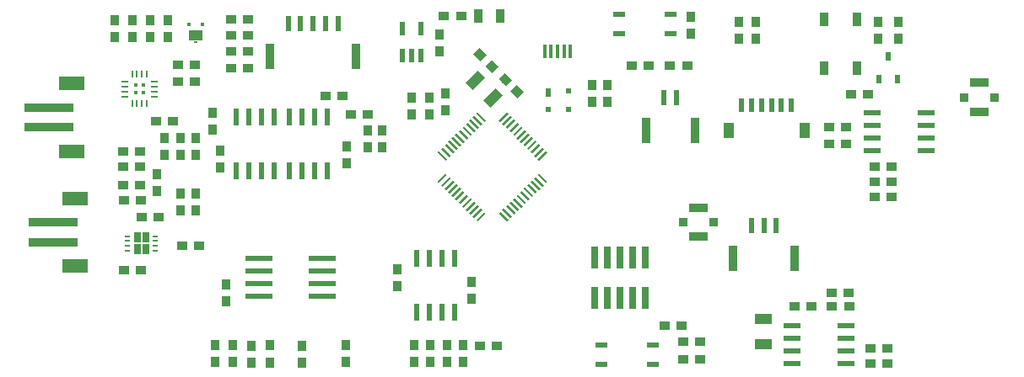
<source format=gbr>
G04 #@! TF.GenerationSoftware,KiCad,Pcbnew,(5.0.0)*
G04 #@! TF.CreationDate,2018-12-11T15:37:44-06:00*
G04 #@! TF.ProjectId,fk-core,666B2D636F72652E6B696361645F7063,0.1*
G04 #@! TF.SameCoordinates,PX791ddc0PY791ddc0*
G04 #@! TF.FileFunction,Paste,Top*
G04 #@! TF.FilePolarity,Positive*
%FSLAX46Y46*%
G04 Gerber Fmt 4.6, Leading zero omitted, Abs format (unit mm)*
G04 Created by KiCad (PCBNEW (5.0.0)) date 12/11/18 15:37:44*
%MOMM*%
%LPD*%
G01*
G04 APERTURE LIST*
%ADD10R,4.950000X0.900000*%
%ADD11R,2.600000X1.340000*%
%ADD12R,0.405000X1.350000*%
%ADD13R,0.630000X0.225000*%
%ADD14R,0.640000X1.000000*%
%ADD15R,0.990000X0.900000*%
%ADD16R,0.900000X0.990000*%
%ADD17R,0.585000X1.404000*%
%ADD18R,0.540000X1.530000*%
%ADD19R,0.900000X2.520000*%
%ADD20R,2.700000X0.540000*%
%ADD21R,0.540000X1.800000*%
%ADD22R,0.900000X1.350000*%
%ADD23R,1.305000X0.630000*%
%ADD24R,0.810000X1.350000*%
%ADD25C,0.900000*%
%ADD26C,0.100000*%
%ADD27R,0.360000X0.450000*%
%ADD28R,1.440000X0.990000*%
%ADD29R,0.360000X0.225000*%
%ADD30R,0.630000X0.900000*%
%ADD31R,0.630000X0.540000*%
%ADD32R,0.585000X0.945000*%
%ADD33C,0.225000*%
%ADD34R,0.435000X0.435000*%
%ADD35R,0.715000X0.202000*%
%ADD36R,0.202000X0.715000*%
%ADD37R,0.220000X0.715000*%
%ADD38R,1.800000X0.540000*%
%ADD39C,0.990000*%
%ADD40R,1.710000X0.990000*%
%ADD41R,0.540000X1.395000*%
%ADD42R,1.080000X1.620000*%
%ADD43R,0.675000X2.250000*%
%ADD44R,1.980000X0.945000*%
%ADD45R,0.945000X0.900000*%
G04 APERTURE END LIST*
D10*
G04 #@! TO.C,J3*
X-46863000Y7477000D03*
X-46863000Y5477000D03*
D11*
X-44613000Y9877000D03*
X-44613000Y3077000D03*
G04 #@! TD*
D10*
G04 #@! TO.C,J10*
X-46482000Y-4096000D03*
X-46482000Y-6096000D03*
D11*
X-44232000Y-1696000D03*
X-44232000Y-8496000D03*
G04 #@! TD*
D12*
G04 #@! TO.C,J16*
X5491000Y13077000D03*
X4191000Y13077000D03*
X4841000Y13077000D03*
X3541000Y13077000D03*
X2891000Y13077000D03*
G04 #@! TD*
D13*
G04 #@! TO.C,U15*
X-36192000Y-6973000D03*
X-36192000Y-6473000D03*
X-36192000Y-5973000D03*
X-36192000Y-5473000D03*
X-38992000Y-5473000D03*
X-38992000Y-5973000D03*
X-38992000Y-6473000D03*
X-38992000Y-6973000D03*
D14*
X-38007000Y-5628000D03*
X-37177000Y-5628000D03*
X-38007000Y-6818000D03*
X-37177000Y-6818000D03*
G04 #@! TD*
D15*
G04 #@! TO.C,C39*
X-39419000Y-381000D03*
X-37719000Y-381000D03*
G04 #@! TD*
G04 #@! TO.C,C40*
X-37553000Y-3556000D03*
X-35853000Y-3556000D03*
G04 #@! TD*
D16*
G04 #@! TO.C,R46*
X-33655000Y-1182000D03*
X-33655000Y-2882000D03*
G04 #@! TD*
G04 #@! TO.C,R45*
X-32131000Y-2882000D03*
X-32131000Y-1182000D03*
G04 #@! TD*
D15*
G04 #@! TO.C,R44*
X-39331000Y-8890000D03*
X-37631000Y-8890000D03*
G04 #@! TD*
G04 #@! TO.C,R43*
X-31789000Y-6477000D03*
X-33489000Y-6477000D03*
G04 #@! TD*
G04 #@! TO.C,R42*
X-39331000Y-1905000D03*
X-37631000Y-1905000D03*
G04 #@! TD*
D17*
G04 #@! TO.C,U4*
X-11440442Y12715608D03*
X-10490442Y12715608D03*
X-9540442Y12715608D03*
X-9540442Y15415608D03*
X-11440442Y15415608D03*
G04 #@! TD*
D18*
G04 #@! TO.C,J6*
X-17864200Y15923000D03*
X-19114200Y15923000D03*
X-20364200Y15923000D03*
X-21614200Y15923000D03*
X-22864200Y15923000D03*
D19*
X-16014200Y12573000D03*
X-24714200Y12573000D03*
G04 #@! TD*
D18*
G04 #@! TO.C,J8*
X16131700Y8477800D03*
X14881700Y8477800D03*
D19*
X17981700Y5127800D03*
X13031700Y5127800D03*
G04 #@! TD*
D20*
G04 #@! TO.C,U5*
X-25806000Y-11557000D03*
X-25806000Y-10287000D03*
X-25806000Y-9017000D03*
X-25806000Y-7747000D03*
X-19406000Y-7747000D03*
X-19406000Y-9017000D03*
X-19406000Y-10287000D03*
X-19406000Y-11557000D03*
G04 #@! TD*
D21*
G04 #@! TO.C,U9*
X-18923000Y1110000D03*
X-20193000Y1110000D03*
X-21463000Y1110000D03*
X-22733000Y1110000D03*
X-22733000Y6510000D03*
X-21463000Y6510000D03*
X-20193000Y6510000D03*
X-18923000Y6510000D03*
G04 #@! TD*
D22*
G04 #@! TO.C,F1*
X-3780000Y16700000D03*
X-1580000Y16700000D03*
G04 #@! TD*
D16*
G04 #@! TO.C,C16*
X-6926802Y-16440022D03*
X-6926802Y-18140022D03*
G04 #@! TD*
D18*
G04 #@! TO.C,J5*
X26142000Y-4400000D03*
X24892000Y-4400000D03*
X23642000Y-4400000D03*
D19*
X27992000Y-7750000D03*
X21792000Y-7750000D03*
G04 #@! TD*
D23*
G04 #@! TO.C,SW2*
X15495900Y16875000D03*
X10335900Y16875000D03*
X10335900Y14875000D03*
X15495900Y14875000D03*
G04 #@! TD*
G04 #@! TO.C,SW1*
X8545200Y-18399000D03*
X13705200Y-18399000D03*
X13705200Y-16399000D03*
X8545200Y-16399000D03*
G04 #@! TD*
D24*
G04 #@! TO.C,U13*
X30912800Y11431100D03*
X34212800Y11431100D03*
X34212800Y16331100D03*
X30912800Y16331100D03*
G04 #@! TD*
D16*
G04 #@! TO.C,C33*
X-10228802Y-16440022D03*
X-10228802Y-18140022D03*
G04 #@! TD*
G04 #@! TO.C,C34*
X-8577802Y-16440022D03*
X-8577802Y-18140022D03*
G04 #@! TD*
G04 #@! TO.C,R7*
X-11938000Y-10502000D03*
X-11938000Y-8802000D03*
G04 #@! TD*
G04 #@! TO.C,C1*
X-7086600Y7154976D03*
X-7086600Y8854976D03*
G04 #@! TD*
D25*
G04 #@! TO.C,C3*
X-2384279Y11602963D03*
D26*
G36*
X-1716063Y11571143D02*
X-2352459Y10934747D01*
X-3052495Y11634783D01*
X-2416099Y12271179D01*
X-1716063Y11571143D01*
X-1716063Y11571143D01*
G37*
D25*
X-3586361Y12805045D03*
D26*
G36*
X-2918145Y12773225D02*
X-3554541Y12136829D01*
X-4254577Y12836865D01*
X-3618181Y13473261D01*
X-2918145Y12773225D01*
X-2918145Y12773225D01*
G37*
G04 #@! TD*
D25*
G04 #@! TO.C,C4*
X-1054920Y10273604D03*
D26*
G36*
X-1723136Y10305424D02*
X-1086740Y10941820D01*
X-386704Y10241784D01*
X-1023100Y9605388D01*
X-1723136Y10305424D01*
X-1723136Y10305424D01*
G37*
D25*
X147162Y9071522D03*
D26*
G36*
X-521054Y9103342D02*
X115342Y9739738D01*
X815378Y9039702D01*
X178982Y8403306D01*
X-521054Y9103342D01*
X-521054Y9103342D01*
G37*
G04 #@! TD*
D16*
G04 #@! TO.C,C7*
X-8714208Y6748576D03*
X-8714208Y8448576D03*
G04 #@! TD*
G04 #@! TO.C,C11*
X-7697842Y14799994D03*
X-7697842Y13099994D03*
G04 #@! TD*
D15*
G04 #@! TO.C,C12*
X-32197353Y11760341D03*
X-33897353Y11760341D03*
G04 #@! TD*
D16*
G04 #@! TO.C,C18*
X-29083000Y-10326000D03*
X-29083000Y-12026000D03*
G04 #@! TD*
D15*
G04 #@! TO.C,C19*
X-39458000Y3048000D03*
X-37758000Y3048000D03*
G04 #@! TD*
G04 #@! TO.C,C20*
X-34456000Y6096000D03*
X-36156000Y6096000D03*
G04 #@! TD*
G04 #@! TO.C,C21*
X-19138000Y8636000D03*
X-17438000Y8636000D03*
G04 #@! TD*
G04 #@! TO.C,C22*
X29679000Y-12522200D03*
X27979000Y-12522200D03*
G04 #@! TD*
G04 #@! TO.C,C24*
X33362000Y-11176000D03*
X31662000Y-11176000D03*
G04 #@! TD*
D16*
G04 #@! TO.C,D1*
X36347400Y14418600D03*
X36347400Y16118600D03*
G04 #@! TD*
G04 #@! TO.C,D2*
X-28397200Y-16450600D03*
X-28397200Y-18150600D03*
G04 #@! TD*
G04 #@! TO.C,D3*
X-24731530Y-16470430D03*
X-24731530Y-18170430D03*
G04 #@! TD*
D27*
G04 #@! TO.C,D7*
X-31481000Y15807400D03*
X-32781000Y15807400D03*
D28*
X-32131000Y14757400D03*
D29*
X-32131000Y14082400D03*
G04 #@! TD*
D30*
G04 #@! TO.C,D8*
X3260000Y8950000D03*
D31*
X3260000Y7250000D03*
X5260000Y7250000D03*
X5260000Y9150000D03*
G04 #@! TD*
D15*
G04 #@! TO.C,D9*
X-28612200Y16335400D03*
X-26912200Y16335400D03*
G04 #@! TD*
G04 #@! TO.C,D10*
X-28612200Y13084200D03*
X-26912200Y13084200D03*
G04 #@! TD*
D16*
G04 #@! TO.C,D11*
X22372800Y14390000D03*
X22372800Y16090000D03*
G04 #@! TD*
G04 #@! TO.C,L1*
X-10457008Y6733376D03*
X-10457008Y8433376D03*
G04 #@! TD*
D15*
G04 #@! TO.C,L2*
X-7210000Y16680000D03*
X-5510000Y16680000D03*
G04 #@! TD*
D32*
G04 #@! TO.C,Q1*
X36413400Y10327000D03*
X38313400Y10327000D03*
X37363400Y12627000D03*
G04 #@! TD*
D16*
G04 #@! TO.C,R2*
X-17094200Y-16450600D03*
X-17094200Y-18150600D03*
G04 #@! TD*
G04 #@! TO.C,R3*
X38379400Y16118600D03*
X38379400Y14418600D03*
G04 #@! TD*
G04 #@! TO.C,R4*
X-30226000Y-16450600D03*
X-30226000Y-18150600D03*
G04 #@! TD*
G04 #@! TO.C,R5*
X-26568400Y-16501400D03*
X-26568400Y-18201400D03*
G04 #@! TD*
G04 #@! TO.C,R6*
X-4445000Y-11772000D03*
X-4445000Y-10072000D03*
G04 #@! TD*
D15*
G04 #@! TO.C,R8*
X18503000Y-17856200D03*
X16803000Y-17856200D03*
G04 #@! TD*
G04 #@! TO.C,R9*
X18503000Y-16078200D03*
X16803000Y-16078200D03*
G04 #@! TD*
G04 #@! TO.C,R10*
X11621400Y11684000D03*
X13321400Y11684000D03*
G04 #@! TD*
G04 #@! TO.C,R17*
X17182200Y11684000D03*
X15482200Y11684000D03*
G04 #@! TD*
G04 #@! TO.C,R21*
X-32197353Y10083941D03*
X-33897353Y10083941D03*
G04 #@! TD*
D16*
G04 #@! TO.C,R22*
X-34977753Y16267941D03*
X-34977753Y14567941D03*
G04 #@! TD*
G04 #@! TO.C,R23*
X9144000Y9740000D03*
X9144000Y8040000D03*
G04 #@! TD*
G04 #@! TO.C,R24*
X-36755753Y16267941D03*
X-36755753Y14567941D03*
G04 #@! TD*
G04 #@! TO.C,R25*
X-38482953Y16267941D03*
X-38482953Y14567941D03*
G04 #@! TD*
G04 #@! TO.C,R30*
X7620000Y9740000D03*
X7620000Y8040000D03*
G04 #@! TD*
D15*
G04 #@! TO.C,R32*
X-28612200Y14709800D03*
X-26912200Y14709800D03*
G04 #@! TD*
G04 #@! TO.C,R33*
X-28612200Y11458600D03*
X-26912200Y11458600D03*
G04 #@! TD*
D16*
G04 #@! TO.C,R34*
X-40260953Y14567941D03*
X-40260953Y16267941D03*
G04 #@! TD*
D15*
G04 #@! TO.C,R37*
X33438200Y-12522200D03*
X31738200Y-12522200D03*
G04 #@! TD*
D16*
G04 #@! TO.C,R39*
X24100000Y14390000D03*
X24100000Y16090000D03*
G04 #@! TD*
D33*
G04 #@! TO.C,U2*
X-3493571Y6519058D03*
D26*
G36*
X-3986778Y6853166D02*
X-3827679Y7012265D01*
X-3000364Y6184950D01*
X-3159463Y6025851D01*
X-3986778Y6853166D01*
X-3986778Y6853166D01*
G37*
D33*
X-3847124Y6165505D03*
D26*
G36*
X-4340331Y6499613D02*
X-4181232Y6658712D01*
X-3353917Y5831397D01*
X-3513016Y5672298D01*
X-4340331Y6499613D01*
X-4340331Y6499613D01*
G37*
D33*
X-4200678Y5811951D03*
D26*
G36*
X-4693885Y6146059D02*
X-4534786Y6305158D01*
X-3707471Y5477843D01*
X-3866570Y5318744D01*
X-4693885Y6146059D01*
X-4693885Y6146059D01*
G37*
D33*
X-4554231Y5458398D03*
D26*
G36*
X-5047438Y5792506D02*
X-4888339Y5951605D01*
X-4061024Y5124290D01*
X-4220123Y4965191D01*
X-5047438Y5792506D01*
X-5047438Y5792506D01*
G37*
D33*
X-4907784Y5104845D03*
D26*
G36*
X-5400991Y5438953D02*
X-5241892Y5598052D01*
X-4414577Y4770737D01*
X-4573676Y4611638D01*
X-5400991Y5438953D01*
X-5400991Y5438953D01*
G37*
D33*
X-5261338Y4751291D03*
D26*
G36*
X-5754545Y5085399D02*
X-5595446Y5244498D01*
X-4768131Y4417183D01*
X-4927230Y4258084D01*
X-5754545Y5085399D01*
X-5754545Y5085399D01*
G37*
D33*
X-5614891Y4397738D03*
D26*
G36*
X-6108098Y4731846D02*
X-5948999Y4890945D01*
X-5121684Y4063630D01*
X-5280783Y3904531D01*
X-6108098Y4731846D01*
X-6108098Y4731846D01*
G37*
D33*
X-5968445Y4044184D03*
D26*
G36*
X-6461652Y4378292D02*
X-6302553Y4537391D01*
X-5475238Y3710076D01*
X-5634337Y3550977D01*
X-6461652Y4378292D01*
X-6461652Y4378292D01*
G37*
D33*
X-6321998Y3690631D03*
D26*
G36*
X-6815205Y4024739D02*
X-6656106Y4183838D01*
X-5828791Y3356523D01*
X-5987890Y3197424D01*
X-6815205Y4024739D01*
X-6815205Y4024739D01*
G37*
D33*
X-6675551Y3337078D03*
D26*
G36*
X-7168758Y3671186D02*
X-7009659Y3830285D01*
X-6182344Y3002970D01*
X-6341443Y2843871D01*
X-7168758Y3671186D01*
X-7168758Y3671186D01*
G37*
D33*
X-7029105Y2983524D03*
D26*
G36*
X-7522312Y3317632D02*
X-7363213Y3476731D01*
X-6535898Y2649416D01*
X-6694997Y2490317D01*
X-7522312Y3317632D01*
X-7522312Y3317632D01*
G37*
D33*
X-7382658Y2629971D03*
D26*
G36*
X-7875865Y2964079D02*
X-7716766Y3123178D01*
X-6889451Y2295863D01*
X-7048550Y2136764D01*
X-7875865Y2964079D01*
X-7875865Y2964079D01*
G37*
D33*
X-7382658Y367229D03*
D26*
G36*
X-7716766Y-125978D02*
X-7875865Y33121D01*
X-7048550Y860436D01*
X-6889451Y701337D01*
X-7716766Y-125978D01*
X-7716766Y-125978D01*
G37*
D33*
X-7029105Y13676D03*
D26*
G36*
X-7363213Y-479531D02*
X-7522312Y-320432D01*
X-6694997Y506883D01*
X-6535898Y347784D01*
X-7363213Y-479531D01*
X-7363213Y-479531D01*
G37*
D33*
X-6675551Y-339878D03*
D26*
G36*
X-7009659Y-833085D02*
X-7168758Y-673986D01*
X-6341443Y153329D01*
X-6182344Y-5770D01*
X-7009659Y-833085D01*
X-7009659Y-833085D01*
G37*
D33*
X-6321998Y-693431D03*
D26*
G36*
X-6656106Y-1186638D02*
X-6815205Y-1027539D01*
X-5987890Y-200224D01*
X-5828791Y-359323D01*
X-6656106Y-1186638D01*
X-6656106Y-1186638D01*
G37*
D33*
X-5968445Y-1046984D03*
D26*
G36*
X-6302553Y-1540191D02*
X-6461652Y-1381092D01*
X-5634337Y-553777D01*
X-5475238Y-712876D01*
X-6302553Y-1540191D01*
X-6302553Y-1540191D01*
G37*
D33*
X-5614891Y-1400538D03*
D26*
G36*
X-5948999Y-1893745D02*
X-6108098Y-1734646D01*
X-5280783Y-907331D01*
X-5121684Y-1066430D01*
X-5948999Y-1893745D01*
X-5948999Y-1893745D01*
G37*
D33*
X-5261338Y-1754091D03*
D26*
G36*
X-5595446Y-2247298D02*
X-5754545Y-2088199D01*
X-4927230Y-1260884D01*
X-4768131Y-1419983D01*
X-5595446Y-2247298D01*
X-5595446Y-2247298D01*
G37*
D33*
X-4907784Y-2107645D03*
D26*
G36*
X-5241892Y-2600852D02*
X-5400991Y-2441753D01*
X-4573676Y-1614438D01*
X-4414577Y-1773537D01*
X-5241892Y-2600852D01*
X-5241892Y-2600852D01*
G37*
D33*
X-4554231Y-2461198D03*
D26*
G36*
X-4888339Y-2954405D02*
X-5047438Y-2795306D01*
X-4220123Y-1967991D01*
X-4061024Y-2127090D01*
X-4888339Y-2954405D01*
X-4888339Y-2954405D01*
G37*
D33*
X-4200678Y-2814751D03*
D26*
G36*
X-4534786Y-3307958D02*
X-4693885Y-3148859D01*
X-3866570Y-2321544D01*
X-3707471Y-2480643D01*
X-4534786Y-3307958D01*
X-4534786Y-3307958D01*
G37*
D33*
X-3847124Y-3168305D03*
D26*
G36*
X-4181232Y-3661512D02*
X-4340331Y-3502413D01*
X-3513016Y-2675098D01*
X-3353917Y-2834197D01*
X-4181232Y-3661512D01*
X-4181232Y-3661512D01*
G37*
D33*
X-3493571Y-3521858D03*
D26*
G36*
X-3827679Y-4015065D02*
X-3986778Y-3855966D01*
X-3159463Y-3028651D01*
X-3000364Y-3187750D01*
X-3827679Y-4015065D01*
X-3827679Y-4015065D01*
G37*
D33*
X-1230829Y-3521858D03*
D26*
G36*
X-1724036Y-3187750D02*
X-1564937Y-3028651D01*
X-737622Y-3855966D01*
X-896721Y-4015065D01*
X-1724036Y-3187750D01*
X-1724036Y-3187750D01*
G37*
D33*
X-877276Y-3168305D03*
D26*
G36*
X-1370483Y-2834197D02*
X-1211384Y-2675098D01*
X-384069Y-3502413D01*
X-543168Y-3661512D01*
X-1370483Y-2834197D01*
X-1370483Y-2834197D01*
G37*
D33*
X-523722Y-2814751D03*
D26*
G36*
X-1016929Y-2480643D02*
X-857830Y-2321544D01*
X-30515Y-3148859D01*
X-189614Y-3307958D01*
X-1016929Y-2480643D01*
X-1016929Y-2480643D01*
G37*
D33*
X-170169Y-2461198D03*
D26*
G36*
X-663376Y-2127090D02*
X-504277Y-1967991D01*
X323038Y-2795306D01*
X163939Y-2954405D01*
X-663376Y-2127090D01*
X-663376Y-2127090D01*
G37*
D33*
X183384Y-2107645D03*
D26*
G36*
X-309823Y-1773537D02*
X-150724Y-1614438D01*
X676591Y-2441753D01*
X517492Y-2600852D01*
X-309823Y-1773537D01*
X-309823Y-1773537D01*
G37*
D33*
X536938Y-1754091D03*
D26*
G36*
X43731Y-1419983D02*
X202830Y-1260884D01*
X1030145Y-2088199D01*
X871046Y-2247298D01*
X43731Y-1419983D01*
X43731Y-1419983D01*
G37*
D33*
X890491Y-1400538D03*
D26*
G36*
X397284Y-1066430D02*
X556383Y-907331D01*
X1383698Y-1734646D01*
X1224599Y-1893745D01*
X397284Y-1066430D01*
X397284Y-1066430D01*
G37*
D33*
X1244045Y-1046984D03*
D26*
G36*
X750838Y-712876D02*
X909937Y-553777D01*
X1737252Y-1381092D01*
X1578153Y-1540191D01*
X750838Y-712876D01*
X750838Y-712876D01*
G37*
D33*
X1597598Y-693431D03*
D26*
G36*
X1104391Y-359323D02*
X1263490Y-200224D01*
X2090805Y-1027539D01*
X1931706Y-1186638D01*
X1104391Y-359323D01*
X1104391Y-359323D01*
G37*
D33*
X1951151Y-339878D03*
D26*
G36*
X1457944Y-5770D02*
X1617043Y153329D01*
X2444358Y-673986D01*
X2285259Y-833085D01*
X1457944Y-5770D01*
X1457944Y-5770D01*
G37*
D33*
X2304705Y13676D03*
D26*
G36*
X1811498Y347784D02*
X1970597Y506883D01*
X2797912Y-320432D01*
X2638813Y-479531D01*
X1811498Y347784D01*
X1811498Y347784D01*
G37*
D33*
X2658258Y367229D03*
D26*
G36*
X2165051Y701337D02*
X2324150Y860436D01*
X3151465Y33121D01*
X2992366Y-125978D01*
X2165051Y701337D01*
X2165051Y701337D01*
G37*
D33*
X2658258Y2629971D03*
D26*
G36*
X2324150Y2136764D02*
X2165051Y2295863D01*
X2992366Y3123178D01*
X3151465Y2964079D01*
X2324150Y2136764D01*
X2324150Y2136764D01*
G37*
D33*
X2304705Y2983524D03*
D26*
G36*
X1970597Y2490317D02*
X1811498Y2649416D01*
X2638813Y3476731D01*
X2797912Y3317632D01*
X1970597Y2490317D01*
X1970597Y2490317D01*
G37*
D33*
X1951151Y3337078D03*
D26*
G36*
X1617043Y2843871D02*
X1457944Y3002970D01*
X2285259Y3830285D01*
X2444358Y3671186D01*
X1617043Y2843871D01*
X1617043Y2843871D01*
G37*
D33*
X1597598Y3690631D03*
D26*
G36*
X1263490Y3197424D02*
X1104391Y3356523D01*
X1931706Y4183838D01*
X2090805Y4024739D01*
X1263490Y3197424D01*
X1263490Y3197424D01*
G37*
D33*
X1244045Y4044184D03*
D26*
G36*
X909937Y3550977D02*
X750838Y3710076D01*
X1578153Y4537391D01*
X1737252Y4378292D01*
X909937Y3550977D01*
X909937Y3550977D01*
G37*
D33*
X890491Y4397738D03*
D26*
G36*
X556383Y3904531D02*
X397284Y4063630D01*
X1224599Y4890945D01*
X1383698Y4731846D01*
X556383Y3904531D01*
X556383Y3904531D01*
G37*
D33*
X536938Y4751291D03*
D26*
G36*
X202830Y4258084D02*
X43731Y4417183D01*
X871046Y5244498D01*
X1030145Y5085399D01*
X202830Y4258084D01*
X202830Y4258084D01*
G37*
D33*
X183384Y5104845D03*
D26*
G36*
X-150724Y4611638D02*
X-309823Y4770737D01*
X517492Y5598052D01*
X676591Y5438953D01*
X-150724Y4611638D01*
X-150724Y4611638D01*
G37*
D33*
X-170169Y5458398D03*
D26*
G36*
X-504277Y4965191D02*
X-663376Y5124290D01*
X163939Y5951605D01*
X323038Y5792506D01*
X-504277Y4965191D01*
X-504277Y4965191D01*
G37*
D33*
X-523722Y5811951D03*
D26*
G36*
X-857830Y5318744D02*
X-1016929Y5477843D01*
X-189614Y6305158D01*
X-30515Y6146059D01*
X-857830Y5318744D01*
X-857830Y5318744D01*
G37*
D33*
X-877276Y6165505D03*
D26*
G36*
X-1211384Y5672298D02*
X-1370483Y5831397D01*
X-543168Y6658712D01*
X-384069Y6499613D01*
X-1211384Y5672298D01*
X-1211384Y5672298D01*
G37*
D33*
X-1230829Y6519058D03*
D26*
G36*
X-1564937Y6025851D02*
X-1724036Y6184950D01*
X-896721Y7012265D01*
X-737622Y6853166D01*
X-1564937Y6025851D01*
X-1564937Y6025851D01*
G37*
G04 #@! TD*
D34*
G04 #@! TO.C,U6*
X-37409083Y8945133D03*
X-37409083Y9695133D03*
X-38159083Y9695133D03*
X-38159083Y8945133D03*
D35*
X-39259083Y10070133D03*
X-39259083Y9570133D03*
X-39259083Y9070133D03*
X-39259083Y8570133D03*
D36*
X-38534083Y7845133D03*
X-38034083Y7845133D03*
D37*
X-37534083Y7845133D03*
D36*
X-37034083Y7845133D03*
D35*
X-36309083Y8570133D03*
X-36309083Y9070133D03*
X-36309083Y9570133D03*
X-36309083Y10070133D03*
D36*
X-37034083Y10795133D03*
X-37534083Y10795133D03*
X-38034083Y10795133D03*
D37*
X-38534083Y10795133D03*
G04 #@! TD*
D38*
G04 #@! TO.C,U7*
X33103800Y-14478000D03*
X33103800Y-15748000D03*
X33103800Y-17018000D03*
X33103800Y-18288000D03*
X27703800Y-18288000D03*
X27703800Y-17018000D03*
X27703800Y-15748000D03*
X27703800Y-14478000D03*
G04 #@! TD*
D21*
G04 #@! TO.C,U12*
X-6159500Y-13147000D03*
X-7429500Y-13147000D03*
X-8699500Y-13147000D03*
X-9969500Y-13147000D03*
X-9969500Y-7747000D03*
X-8699500Y-7747000D03*
X-7429500Y-7747000D03*
X-6159500Y-7747000D03*
G04 #@! TD*
D39*
G04 #@! TO.C,Y1*
X-4058883Y10205683D03*
D26*
G36*
X-5013477Y9951125D02*
X-3804325Y11160277D01*
X-3104289Y10460241D01*
X-4313441Y9251089D01*
X-5013477Y9951125D01*
X-5013477Y9951125D01*
G37*
D39*
X-2291117Y8437917D03*
D26*
G36*
X-3245711Y8183359D02*
X-2036559Y9392511D01*
X-1336523Y8692475D01*
X-2545675Y7483323D01*
X-3245711Y8183359D01*
X-3245711Y8183359D01*
G37*
G04 #@! TD*
D40*
G04 #@! TO.C,Y2*
X24815800Y-16312200D03*
X24815800Y-13812200D03*
G04 #@! TD*
D16*
G04 #@! TO.C,C17*
X-5275802Y-16440022D03*
X-5275802Y-18140022D03*
G04 #@! TD*
D41*
G04 #@! TO.C,J13*
X27646000Y7675000D03*
X26646000Y7675000D03*
X25646000Y7675000D03*
X24646000Y7675000D03*
X23646000Y7675000D03*
X22646000Y7675000D03*
D42*
X28946000Y5150000D03*
X21346000Y5150000D03*
G04 #@! TD*
D16*
G04 #@! TO.C,C23*
X-33655000Y4406000D03*
X-33655000Y2706000D03*
G04 #@! TD*
G04 #@! TO.C,C25*
X-29718000Y1436000D03*
X-29718000Y3136000D03*
G04 #@! TD*
G04 #@! TO.C,R11*
X-35306000Y4406000D03*
X-35306000Y2706000D03*
G04 #@! TD*
G04 #@! TO.C,R12*
X-32131000Y4406000D03*
X-32131000Y2706000D03*
G04 #@! TD*
D21*
G04 #@! TO.C,U8*
X-24257000Y1110000D03*
X-25527000Y1110000D03*
X-26797000Y1110000D03*
X-28067000Y1110000D03*
X-28067000Y6510000D03*
X-26797000Y6510000D03*
X-25527000Y6510000D03*
X-24257000Y6510000D03*
G04 #@! TD*
D16*
G04 #@! TO.C,C26*
X-30480000Y6946000D03*
X-30480000Y5246000D03*
G04 #@! TD*
G04 #@! TO.C,C29*
X-14859000Y3468000D03*
X-14859000Y5168000D03*
G04 #@! TD*
G04 #@! TO.C,C30*
X-17018000Y3517000D03*
X-17018000Y1817000D03*
G04 #@! TD*
D15*
G04 #@! TO.C,R13*
X-14860800Y6807200D03*
X-16560800Y6807200D03*
G04 #@! TD*
D16*
G04 #@! TO.C,R14*
X-13462000Y5129000D03*
X-13462000Y3429000D03*
G04 #@! TD*
D43*
G04 #@! TO.C,J7*
X12954000Y-7652000D03*
X12954000Y-11652000D03*
X11684000Y-7652000D03*
X11684000Y-11652000D03*
X10414000Y-7652000D03*
X10414000Y-11652000D03*
X9144000Y-7652000D03*
X9144000Y-11652000D03*
X7874000Y-7652000D03*
X7874000Y-11652000D03*
G04 #@! TD*
D15*
G04 #@! TO.C,R16*
X33617724Y8769695D03*
X35317724Y8769695D03*
G04 #@! TD*
G04 #@! TO.C,R18*
X-3644000Y-16510000D03*
X-1944000Y-16510000D03*
G04 #@! TD*
D16*
G04 #@! TO.C,R19*
X-21463000Y-18249000D03*
X-21463000Y-16549000D03*
G04 #@! TD*
D15*
G04 #@! TO.C,C27*
X33108000Y3810000D03*
X31408000Y3810000D03*
G04 #@! TD*
G04 #@! TO.C,C28*
X33119800Y5476240D03*
X31419800Y5476240D03*
G04 #@! TD*
G04 #@! TO.C,C36*
X37680000Y1524000D03*
X35980000Y1524000D03*
G04 #@! TD*
D44*
G04 #@! TO.C,J11*
X46531800Y9958600D03*
D45*
X48056800Y8483600D03*
D44*
X46531800Y7008600D03*
D45*
X45006800Y8483600D03*
G04 #@! TD*
G04 #@! TO.C,J15*
X16763000Y-4064000D03*
D44*
X18288000Y-5539000D03*
D45*
X19813000Y-4064000D03*
D44*
X18288000Y-2589000D03*
G04 #@! TD*
D15*
G04 #@! TO.C,R29*
X35980000Y-1524000D03*
X37680000Y-1524000D03*
G04 #@! TD*
G04 #@! TO.C,R38*
X35980000Y0D03*
X37680000Y0D03*
G04 #@! TD*
D38*
G04 #@! TO.C,U11*
X41181000Y6959600D03*
X41181000Y5689600D03*
X41181000Y4419600D03*
X41181000Y3149600D03*
X35781000Y3149600D03*
X35781000Y4419600D03*
X35781000Y5689600D03*
X35781000Y6959600D03*
G04 #@! TD*
D15*
G04 #@! TO.C,R20*
X-39388330Y1524000D03*
X-37688330Y1524000D03*
G04 #@! TD*
D16*
G04 #@! TO.C,R28*
X-36068000Y-938000D03*
X-36068000Y762000D03*
G04 #@! TD*
D15*
G04 #@! TO.C,R40*
X35599000Y-18288000D03*
X37299000Y-18288000D03*
G04 #@! TD*
G04 #@! TO.C,R41*
X37260000Y-16764000D03*
X35560000Y-16764000D03*
G04 #@! TD*
D16*
G04 #@! TO.C,C37*
X17526000Y14898000D03*
X17526000Y16598000D03*
G04 #@! TD*
D15*
G04 #@! TO.C,C38*
X14898000Y-14478000D03*
X16598000Y-14478000D03*
G04 #@! TD*
M02*

</source>
